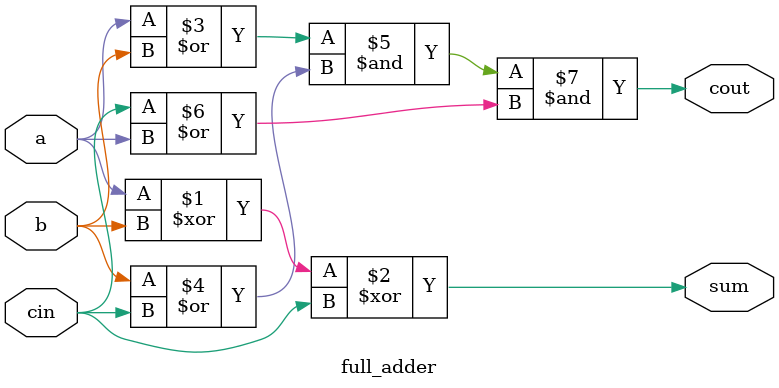
<source format=v>
`timescale 1ns / 1ps
module full_adder(
input a,b,cin,
output sum,cout
    );
assign sum = a^b^cin;
assign cout=(a|b)&(b|cin)&(cin|a);



endmodule

</source>
